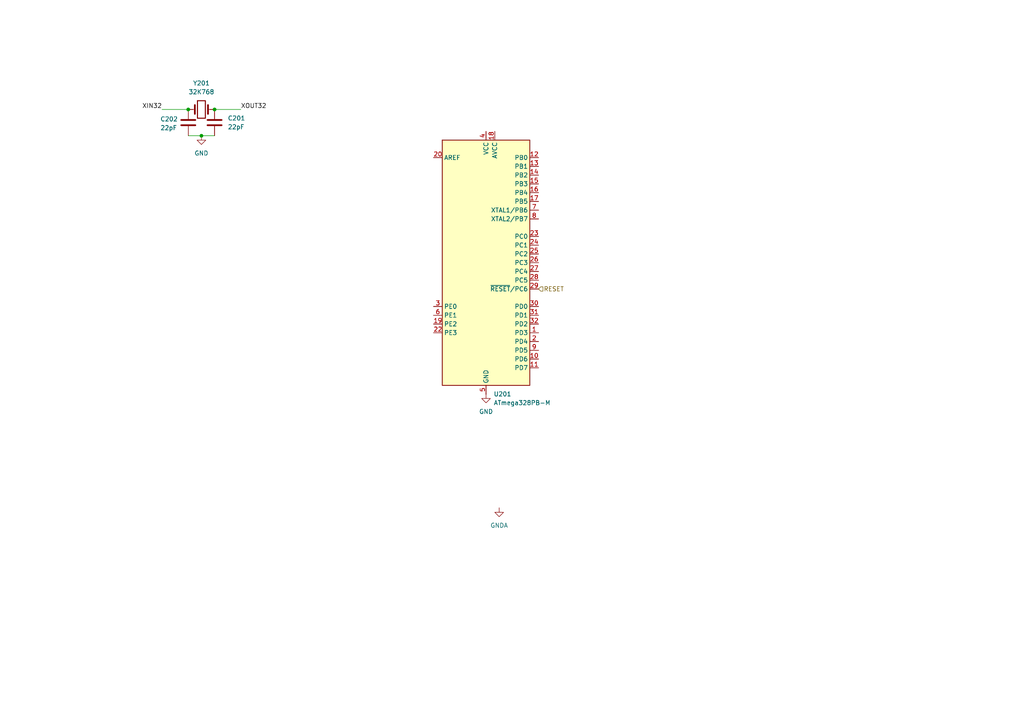
<source format=kicad_sch>
(kicad_sch (version 20231120) (generator "eeschema") (generator_version "8.0")
  (paper "A4")
  (title_block (title "MEP MAXI 85V-1 REV 2 Keypad") (date "2025-02-01") (rev "X1") (company "McMillan Enterprises") (comment 1 "Firmware: John Gilcreast (johngilcreast@gmail.com)") (comment 2 "Hardware: Connor McMillan (connor@mcmillan.website)"))
  (lib_symbols
    (symbol "74xGxx:74AHC1G32"
      (property "Reference" "U" (at -2.54 3.81 0))
      (property "Value" "74AHC1G32" (at 0 -3.81 0))
      (symbol "74AHC1G32_0_1"
        (arc (start -7.62 -5.08) (mid -5.838 0) (end -7.62 5.08) (stroke (width 0.254)))
        (arc (start 0 -5.08) (mid 3.1986 -3.2054) (end 5.08 0) (stroke (width 0.254)))
        (polyline (pts (xy -7.62 -2.54) (xy -6.35 -2.54)) (stroke (width 0.254)) (fill (type background)))
        (polyline (pts (xy -7.62 2.54) (xy -6.35 2.54)) (stroke (width 0.254)) (fill (type background)))
        (polyline (pts (xy 0 -5.08) (xy -7.62 -5.08)) (stroke (width 0.254)) (fill (type background)))
        (polyline (pts (xy 0 5.08) (xy -7.62 5.08)) (stroke (width 0.254)) (fill (type background)))
        (arc (start 5.08 0) (mid 3.2238 3.2304) (end 0 5.08) (stroke (width 0.254)))
      )
      (symbol "74AHC1G32_1_1"
        (pin input line (at -15.24 2.54 0) (length 7.62) (name "~") (number "1"))
        (pin input line (at -15.24 -2.54 0) (length 7.62) (name "~") (number "2"))
        (pin power_in line (at 0 -10.16 90) (length 5.08) (name "GND") (number "3"))
        (pin output line (at 12.7 0 180) (length 7.62) (name "~") (number "4"))
        (pin power_in line (at 0 10.16 270) (length 5.08) (name "VCC") (number "5"))
      )
    )
    (symbol "Device:C" (pin_numbers hide) (pin_names (offset 0.254))
      (property "Reference" "C" (at 0.635 2.54 0))
      (property "Value" "C" (at 0.635 -2.54 0))
      (symbol "C_0_1"
        (polyline (pts (xy -2.032 -0.762) (xy 2.032 -0.762)) (stroke (width 0.508)))
        (polyline (pts (xy -2.032 0.762) (xy 2.032 0.762)) (stroke (width 0.508)))
      )
      (symbol "C_1_1"
        (pin passive line (at 0 3.81 270) (length 2.794) (name "~") (number "1"))
        (pin passive line (at 0 -3.81 90) (length 2.794) (name "~") (number "2"))
      )
    )
    (symbol "Device:Crystal" (pin_numbers hide) (pin_names (offset 1.016) hide)
      (property "Reference" "Y" (at 0 3.81 0))
      (property "Value" "Crystal" (at 0 -3.81 0))
      (symbol "Crystal_0_1"
        (rectangle (start -1.143 2.54) (end 1.143 -2.54) (stroke (width 0.3048)))
        (polyline (pts (xy -2.54 0) (xy -1.905 0)))
        (polyline (pts (xy -1.905 -1.27) (xy -1.905 1.27)) (stroke (width 0.508)))
        (polyline (pts (xy 1.905 -1.27) (xy 1.905 1.27)) (stroke (width 0.508)))
        (polyline (pts (xy 2.54 0) (xy 1.905 0)))
      )
      (symbol "Crystal_1_1"
        (pin passive line (at -3.81 0 0) (length 1.27) (name "1") (number "1"))
        (pin passive line (at 3.81 0 180) (length 1.27) (name "2") (number "2"))
      )
    )
    (symbol "MCU_Microchip_ATmega:ATmega328PB-M"
      (property "Reference" "U" (at -12.7 36.83 0))
      (property "Value" "ATmega328PB-M" (at 2.54 -36.83 0))
      (symbol "ATmega328PB-M_0_1"
        (rectangle (start -12.7 -35.56) (end 12.7 35.56) (stroke (width 0.254)) (fill (type background)))
      )
      (symbol "ATmega328PB-M_1_1"
        (pin bidirectional line (at 15.24 -20.32 180) (length 2.54) (name "PD3") (number "1"))
        (pin bidirectional line (at 15.24 -27.94 180) (length 2.54) (name "PD6") (number "10"))
        (pin bidirectional line (at 15.24 -30.48 180) (length 2.54) (name "PD7") (number "11"))
        (pin bidirectional line (at 15.24 30.48 180) (length 2.54) (name "PB0") (number "12"))
        (pin bidirectional line (at 15.24 27.94 180) (length 2.54) (name "PB1") (number "13"))
        (pin bidirectional line (at 15.24 25.4 180) (length 2.54) (name "PB2") (number "14"))
        (pin bidirectional line (at 15.24 22.86 180) (length 2.54) (name "PB3") (number "15"))
        (pin bidirectional line (at 15.24 20.32 180) (length 2.54) (name "PB4") (number "16"))
        (pin bidirectional line (at 15.24 17.78 180) (length 2.54) (name "PB5") (number "17"))
        (pin power_in line (at 2.54 38.1 270) (length 2.54) (name "AVCC") (number "18"))
        (pin bidirectional line (at -15.24 -17.78 0) (length 2.54) (name "PE2") (number "19"))
        (pin bidirectional line (at 15.24 -22.86 180) (length 2.54) (name "PD4") (number "2"))
        (pin passive line (at -15.24 30.48 0) (length 2.54) (name "AREF") (number "20"))
        (pin passive line (at 0 -38.1 90) (length 2.54) hide (name "GND") (number "21"))
        (pin bidirectional line (at -15.24 -20.32 0) (length 2.54) (name "PE3") (number "22"))
        (pin bidirectional line (at 15.24 7.62 180) (length 2.54) (name "PC0") (number "23"))
        (pin bidirectional line (at 15.24 5.08 180) (length 2.54) (name "PC1") (number "24"))
        (pin bidirectional line (at 15.24 2.54 180) (length 2.54) (name "PC2") (number "25"))
        (pin bidirectional line (at 15.24 0 180) (length 2.54) (name "PC3") (number "26"))
        (pin bidirectional line (at 15.24 -2.54 180) (length 2.54) (name "PC4") (number "27"))
        (pin bidirectional line (at 15.24 -5.08 180) (length 2.54) (name "PC5") (number "28"))
        (pin bidirectional line (at 15.24 -7.62 180) (length 2.54) (name "~{RESET}/PC6") (number "29"))
        (pin bidirectional line (at -15.24 -12.7 0) (length 2.54) (name "PE0") (number "3"))
        (pin bidirectional line (at 15.24 -12.7 180) (length 2.54) (name "PD0") (number "30"))
        (pin bidirectional line (at 15.24 -15.24 180) (length 2.54) (name "PD1") (number "31"))
        (pin bidirectional line (at 15.24 -17.78 180) (length 2.54) (name "PD2") (number "32"))
        (pin passive line (at 0 -38.1 90) (length 2.54) hide (name "GND") (number "33"))
        (pin power_in line (at 0 38.1 270) (length 2.54) (name "VCC") (number "4"))
        (pin power_in line (at 0 -38.1 90) (length 2.54) (name "GND") (number "5"))
        (pin bidirectional line (at -15.24 -15.24 0) (length 2.54) (name "PE1") (number "6"))
        (pin bidirectional line (at 15.24 15.24 180) (length 2.54) (name "XTAL1/PB6") (number "7"))
        (pin bidirectional line (at 15.24 12.7 180) (length 2.54) (name "XTAL2/PB7") (number "8"))
        (pin bidirectional line (at 15.24 -25.4 180) (length 2.54) (name "PD5") (number "9"))
      )
    )
    (symbol "power:GND" (power) (pin_numbers hide) (pin_names (offset 0) hide)
      (property "Value" "GND" (at 0 -3.81 0))
      (symbol "GND_0_1"
        (polyline (pts (xy 0 0) (xy 0 -1.27) (xy 1.27 -1.27) (xy 0 -2.54) (xy -1.27 -1.27) (xy 0 -1.27)))
      )
      (symbol "GND_1_1"
        (pin power_in line (at 0 0 270) (length 0) (name "~") (number "1"))
      )
    )
    (symbol "power:GNDA" (power) (pin_numbers hide) (pin_names (offset 0) hide)
      (property "Value" "GNDA" (at 0 -3.81 0))
      (symbol "GNDA_0_1"
        (polyline (pts (xy 0 0) (xy 0 -1.27) (xy 1.27 -1.27) (xy 0 -2.54) (xy -1.27 -1.27) (xy 0 -1.27)))
      )
      (symbol "GNDA_1_1"
        (pin power_in line (at 0 0 270) (length 0) (name "~") (number "1"))
      )
    )
  )
  (junction (at 58.42 39.37))
  (junction (at 54.61 31.75))
  (junction (at 62.23 31.75))
  (wire (pts (xy 46.99 31.75) (xy 54.61 31.75)))
  (wire (pts (xy 54.61 39.37) (xy 58.42 39.37)))
  (wire (pts (xy 58.42 39.37) (xy 62.23 39.37)))
  (wire (pts (xy 62.23 31.75) (xy 69.85 31.75)))
  (polyline (pts (xy 261.3814 179.1824) (xy 261.4373 179.1876) (xy 261.4899 179.1961) (xy 261.539 179.208) (xy 261.5623 179.2152) (xy 261.5846 179.2232) (xy 261.6061 179.2319) (xy 261.6267 179.2415) (xy 261.6463 179.2519) (xy 261.665 179.263) (xy 261.6828 179.275) (xy 261.6997 179.2876) (xy 261.7156 179.3011) (xy 261.7305 179.3153) (xy 261.7445 179.3302) (xy 261.7575 179.3459) (xy 261.7695 179.3623) (xy 261.7805 179.3794) (xy 261.7905 179.3973) (xy 261.7995 179.4158) (xy 261.8075 179.4351) (xy 261.8144 179.455) (xy 261.8203 179.4756) (xy 261.8251 179.497) (xy 261.8289 179.5189) (xy 261.8316 179.5416) (xy 261.8333 179.5649) (xy 261.8338 179.5888) (xy 261.8331 179.6218) (xy 261.8309 179.6539) (xy 261.8273 179.6851) (xy 261.8223 179.7154) (xy 261.8158 179.7447) (xy 261.808 179.7732) (xy 261.7989 179.8007) (xy 261.7883 179.8272) (xy 261.7765 179.8528) (xy 261.7634 179.8774) (xy 261.7489 179.9011) (xy 261.7332 179.9237) (xy 261.7163 179.9454) (xy 261.6981 179.966) (xy 261.6787 179.9856) (xy 261.6581 180.0042) (xy 261.6364 180.0217) (xy 261.6134 180.0382) (xy 261.5893 180.0536) (xy 261.5642 180.068) (xy 261.5378 180.0812) (xy 261.5105 180.0934) (xy 261.482 180.1044) (xy 261.4525 180.1144) (xy 261.4219 180.1232) (xy 261.3904 180.1308) (xy 261.3578 180.1373) (xy 261.3243 180.1427) (xy 261.2898 180.1469) (xy 261.2544 180.1499) (xy 261.218 180.1517) (xy 261.1808 180.1523) (xy 260.8084 180.1523) (xy 260.7247 180.5744) (xy 260.5257 180.5744) (xy 260.6448 179.979) (xy 260.8443 179.979) (xy 261.1847 179.979) (xy 261.2367 179.9775) (xy 261.2858 179.9731) (xy 261.332 179.9657) (xy 261.3752 179.9553) (xy 261.3956 179.949) (xy 261.4153 179.942) (xy 261.4342 179.9343) (xy 261.4523 179.9258) (xy 261.4696 179.9166) (xy 261.486 179.9067) (xy 261.5017 179.8961) (xy 261.5165 179.8847) (xy 261.5305 179.8726) (xy 261.5437 179.8599) (xy 261.556 179.8464) (xy 261.5675 179.8321) (xy 261.578 179.8172) (xy 261.5877 179.8016) (xy 261.5966 179.7853) (xy 261.6045 179.7682) (xy 261.6115 179.7505) (xy 261.6176 179.732) (xy 261.6228 179.7129) (xy 261.6271 179.693) (xy 261.6304 179.6725) (xy 261.6328 179.6513) (xy 261.6343 179.6293) (xy 261.6348 179.6067) (xy 261.6344 179.5913) (xy 261.6334 179.5763) (xy 261.6316 179.5618) (xy 261.6292 179.5478) (xy 261.6261 179.5343) (xy 261.6223 179.5213) (xy 261.6179 179.5087) (xy 261.6128 179.4967) (xy 261.607 179.4851) (xy 261.6006 179.474) (xy 261.5935 179.4633) (xy 261.5858 179.4532) (xy 261.5775 179.4436) (xy 261.5685 179.4344) (xy 261.5589 179.4258) (xy 261.5486 179.4176) (xy 261.5378 179.4099) (xy 261.5263 179.4027) (xy 261.5142 179.396) (xy 261.5015 179.3898) (xy 261.4883 179.3841) (xy 261.4744 179.3788) (xy 261.4599 179.3741) (xy 261.4449 179.3699) (xy 261.4293 179.3661) (xy 261.4131 179.3629) (xy 261.3963 179.3601) (xy 261.379 179.3579) (xy 261.3611 179.3561) (xy 261.3427 179.3549) (xy 261.3238 179.3541) (xy 261.3042 179.3539) (xy 260.9697 179.3539) (xy 260.8443 179.979) (xy 260.6448 179.979) (xy 260.8044 179.1806) (xy 261.3221 179.1806) (xy 261.3814 179.1824)) (stroke (width -0.0001) (type solid)) (fill (type outline)))
  (polyline (pts (xy 246.38 176.53) (xy 248.9882 173.1824) (xy 248.9939 173.1824) (xy 246.38 176.53)) (stroke (width -0.0001) (type solid)) (fill (type outline)))
  (polyline (pts (xy 267.4169 173.7128) (xy 268.2509 173.7128) (xy 267.4939 177.498) (xy 269.842 177.498) (xy 269.7008 178.2036) (xy 266.5187 178.2036) (xy 267.4169 173.7128) (xy 267.4169 173.7128)) (stroke (width -0.0001) (type solid)) (fill (type outline)))
  (polyline (pts (xy 271.7628 179.1652) (xy 271.7946 179.1666) (xy 271.826 179.169) (xy 271.8571 179.1724) (xy 271.8877 179.1767) (xy 271.9179 179.1819) (xy 271.9475 179.188) (xy 271.9764 179.1951) (xy 272.0047 179.203) (xy 272.0323 179.2118) (xy 272.0591 179.2214) (xy 272.085 179.2319) (xy 272.11 179.2432) (xy 272.134 179.2554) (xy 272.1569 179.2684) (xy 272.1788 179.2822) (xy 272.0992 179.4454) (xy 272.0794 179.432) (xy 272.059 179.4195) (xy 272.0379 179.4078) (xy 272.0162 179.3969) (xy 271.994 179.3869) (xy 271.9712 179.3778) (xy 271.9479 179.3695) (xy 271.9242 179.3621) (xy 271.9 179.3555) (xy 271.8754 179.3498) (xy 271.8504 179.345) (xy 271.825 179.341) (xy 271.7994 179.3379) (xy 271.7734 179.3357) (xy 271.7472 179.3344) (xy 271.7208 179.334) (xy 271.6789 179.3351) (xy 271.639 179.3384) (xy 271.6012 179.3439) (xy 271.5657 179.3515) (xy 271.5325 179.3611) (xy 271.5018 179.3726) (xy 271.4735 179.386) (xy 271.4478 179.4011) (xy 271.4248 179.418) (xy 271.4143 179.4271) (xy 271.4046 179.4366) (xy 271.3955 179.4465) (xy 271.3872 179.4567) (xy 271.3796 179.4674) (xy 271.3728 179.4784) (xy 271.3667 179.4898) (xy 271.3614 179.5015) (xy 271.3569 179.5136) (xy 271.3532 179.526) (xy 271.3503 179.5387) (xy 271.3482 179.5518) (xy 271.3469 179.5652) (xy 271.3465 179.5788) (xy 271.3485 179.605) (xy 271.3545 179.6289) (xy 271.3642 179.6506) (xy 271.3772 179.6703) (xy 271.3934 179.6882) (xy 271.4125 179.7045) (xy 271.4341 179.7193) (xy 271.4582 179.7329) (xy 271.4843 179.7454) (xy 271.5123 179.757) (xy 271.5727 179.7783) (xy 271.7039 179.8183) (xy 271.7706 179.8398) (xy 271.8352 179.8644) (xy 271.866 179.8782) (xy 271.8955 179.8934) (xy 271.9235 179.91) (xy 271.9496 179.9283) (xy 271.9737 179.9484) (xy 271.9954 179.9706) (xy 272.0144 179.995) (xy 272.0306 180.0217) (xy 272.0437 180.0511) (xy 272.0533 180.0831) (xy 272.0593 180.1182) (xy 272.0613 180.1563) (xy 272.0606 180.1814) (xy 272.0585 180.2058) (xy 272.055 180.2296) (xy 272.0502 180.2527) (xy 272.0441 180.2751) (xy 272.0366 180.2969) (xy 272.0279 180.318) (xy 272.018 180.3384) (xy 272.0068 180.358) (xy 271.9944 180.377) (xy 271.9809 180.3952) (xy 271.9662 180.4126) (xy 271.9504 180.4294) (xy 271.9335 180.4453) (xy 271.9156 180.4605) (xy 271.8966 180.4749) (xy 271.8765 180.4885) (xy 271.8555 180.5013) (xy 271.8336 180.5133) (xy 271.8107 180.5244) (xy 271.7869 180.5348) (xy 271.7622 180.5443) (xy 271.7366 180.5529) (xy 271.7102 180.5606) (xy 271.683 180.5675) (xy 271.655 180.5735) (xy 271.6262 180.5786) (xy 271.5967 180.5828) (xy 271.5665 180.5861) (xy 271.5356 180.5885) (xy 271.5041 180.5899) (xy 271.4719 180.5904) (xy 271.4321 180.5895) (xy 271.3925 180.587) (xy 271.3534 180.583) (xy 271.3148 180.5774) (xy 271.277 180.5704) (xy 271.24 180.562) (xy 271.2041 180.5524) (xy 271.1693 180.5416) (xy 271.1358 180.5297) (xy 271.1038 180.5167) (xy 271.0733 180.5027) (xy 271.0446 180.4879) (xy 271.0178 180.4722) (xy 270.9931 180.4558) (xy 270.9705 180.4388) (xy 270.9502 180.4211) (xy 271.0378 180.2618) (xy 271.0584 180.2797) (xy 271.0805 180.2967) (xy 271.1039 180.3127) (xy 271.1286 180.3279) (xy 271.1546 180.342) (xy 271.1816 180.3551) (xy 271.2096 180.3671) (xy 271.2385 180.3781) (xy 271.2682 180.3878) (xy 271.2985 180.3964) (xy 271.3295 180.4038) (xy 271.361 180.4099) (xy 271.3929 180.4148) (xy 271.425 180.4183) (xy 271.4574 180.4204) (xy 271.4898 180.4211) (xy 271.5311 180.4201) (xy 271.5706 180.4171) (xy 271.6081 180.4122) (xy 271.6436 180.4054) (xy 271.6768 180.3966) (xy 271.7078 180.386) (xy 271.7363 180.3736) (xy 271.7624 180.3594) (xy 271.7858 180.3434) (xy 271.7964 180.3347) (xy 271.8064 180.3256) (xy 271.8157 180.3161) (xy 271.8242 180.3062) (xy 271.832 180.2958) (xy 271.839 180.285) (xy 271.8452 180.2738) (xy 271.8507 180.2622) (xy 271.8554 180.2502) (xy 271.8592 180.2378) (xy 271.8622 180.225) (xy 271.8644 180.2117) (xy 271.8657 180.1981) (xy 271.8662 180.1841) (xy 271.8641 180.1581) (xy 271.8581 180.1345) (xy 271.8485 180.1131) (xy 271.8354 180.0937) (xy 271.8193 180.0762) (xy 271.8002 180.0602) (xy 271.7785 180.0457) (xy 271.7545 180.0324) (xy 271.7283 180.0203) (xy 271.7004 180.0089) (xy 271.64 179.9881) (xy 271.5088 179.9487) (xy 271.4421 179.927) (xy 271.3775 179.902) (xy 271.3467 179.8877) (xy 271.3172 179.8721) (xy 271.2892 179.8548) (xy 271.2631 179.8358) (xy 271.239 179.8148) (xy 271.2174 179.7917) (xy 271.1983 179.7662) (xy 271.1821 179.7381) (xy 271.1691 179.7073) (xy 271.1594 179.6736) (xy 271.1534 179.6368) (xy 271.1514 179.5967) (xy 271.1521 179.572) (xy 271.1542 179.5479) (xy 271.1576 179.5244) (xy 271.1623 179.5016) (xy 271.1684 179.4793) (xy 271.1757 179.4578) (xy 271.1842 179.4369) (xy 271.194 179.4167) (xy 271.205 179.3971) (xy 271.2172 179.3783) (xy 271.2305 179.3602) (xy 271.2449 179.3428) (xy 271.2605 179.3261) (xy 271.2771 179.3102) (xy 271.2947 179.295) (xy 271.3134 179.2806) (xy 271.3331 179.267) (xy 271.3537 179.2542) (xy 271.3753 179.2422) (xy 271.3978 179.231) (xy 271.4212 179.2207) (xy 271.4455 179.2111) (xy 271.4707 179.2025) (xy 271.4966 179.1947) (xy 271.5234 179.1877) (xy 271.5509 179.1817) (xy 271.5792 179.1765) (xy 271.6081 179.1723) (xy 271.6378 179.169) (xy 271.6682 179.1666) (xy 271.6992 179.1651) (xy 271.7308 179.1647) (xy 271.7628 179.1652)) (stroke (width -0.0001) (type solid)) (fill (type outline)))
  (polyline (pts (xy 259.0434 179.1824) (xy 259.0997 179.1876) (xy 259.1525 179.1961) (xy 259.2019 179.208) (xy 259.2252 179.2152) (xy 259.2477 179.2232) (xy 259.2693 179.2319) (xy 259.2899 179.2415) (xy 259.3096 179.2519) (xy 259.3284 179.263) (xy 259.3463 179.275) (xy 259.3632 179.2876) (xy 259.3791 179.3011) (xy 259.3941 179.3153) (xy 259.4081 179.3302) (xy 259.4212 179.3459) (xy 259.4332 179.3623) (xy 259.4442 179.3794) (xy 259.4542 179.3973) (xy 259.4633 179.4158) (xy 259.4712 179.4351) (xy 259.4782 179.455) (xy 259.4841 179.4756) (xy 259.4889 179.497) (xy 259.4927 179.5189) (xy 259.4954 179.5416) (xy 259.4971 179.5649) (xy 259.4976 179.5888) (xy 259.4958 179.6397) (xy 259.4935 179.6643) (xy 259.4904 179.6883) (xy 259.4864 179.7119) (xy 259.4815 179.7348) (xy 259.4758 179.7573) (xy 259.4692 179.7791) (xy 259.4618 179.8004) (xy 259.4536 179.8211) (xy 259.4445 179.8412) (xy 259.4346 179.8608) (xy 259.4239 179.8798) (xy 259.4124 179.8981) (xy 259.4001 179.9159) (xy 259.3871 179.933) (xy 259.3733 179.9496) (xy 259.3587 179.9655) (xy 259.3433 179.9808) (xy 259.3272 179.9955) (xy 259.3104 180.0095) (xy 259.2929 180.0229) (xy 259.2746 180.0356) (xy 259.2556 180.0477) (xy 259.2156 180.07) (xy 259.1729 180.0895) (xy 259.1274 180.1063) (xy 259.0794 180.1204) (xy 259.3343 180.5744) (xy 259.1233 180.5744) (xy 258.8804 180.1483) (xy 258.4701 180.1483) (xy 258.3865 180.5744) (xy 258.1854 180.5744) (xy 258.3045 179.979) (xy 258.504 179.979) (xy 258.8485 179.979) (xy 258.9005 179.9775) (xy 258.9496 179.9731) (xy 258.9957 179.9657) (xy 259.0389 179.9553) (xy 259.0594 179.949) (xy 259.079 179.942) (xy 259.0979 179.9343) (xy 259.116 179.9258) (xy 259.1333 179.9166) (xy 259.1498 179.9067) (xy 259.1654 179.8961) (xy 259.1803 179.8847) (xy 259.1943 179.8726) (xy 259.2074 179.8599) (xy 259.2197 179.8464) (xy 259.2312 179.8321) (xy 259.2417 179.8172) (xy 259.2515 179.8016) (xy 259.2603 179.7853) (xy 259.2682 179.7682) (xy 259.2752 179.7505) (xy 259.2813 179.732) (xy 259.2865 179.7129) (xy 259.2908 179.693) (xy 259.2942 179.6725) (xy 259.2965 179.6513) (xy 259.298 179.6293) (xy 259.2985 179.6067) (xy 259.2981 179.5913) (xy 259.2971 179.5763) (xy 259.2953 179.5618) (xy 259.2929 179.5478) (xy 259.2898 179.5343) (xy 259.286 179.5213) (xy 259.2816 179.5087) (xy 259.2765 179.4967) (xy 259.2707 179.4851) (xy 259.2643 179.474) (xy 259.2572 179.4633) (xy 259.2494 179.4532) (xy 259.2411 179.4436) (xy 259.232 179.4344) (xy 259.2224 179.4258) (xy 259.2121 179.4176) (xy 259.2012 179.4099) (xy 259.1897 179.4027) (xy 259.1775 179.396) (xy 259.1648 179.3898) (xy 259.1514 179.3841) (xy 259.1375 179.3788) (xy 259.1229 179.3741) (xy 259.1078 179.3699) (xy 259.0921 179.3661) (xy 259.0757 179.3629) (xy 259.0589 179.3601) (xy 259.0414 179.3579) (xy 259.0234 179.3561) (xy 259.0048 179.3549) (xy 258.9856 179.3541) (xy 258.9659 179.3539) (xy 258.6294 179.3539) (xy 258.504 179.979) (xy 258.3045 179.979) (xy 258.4642 179.1806) (xy 258.9838 179.1806) (xy 259.0434 179.1824)) (stroke (width -0.0001) (type solid)) (fill (type outline)))
  (polyline (pts (xy 274.6214 178.2036) (xy 273.7938 178.2036) (xy 273.5564 177.1643) (xy 271.2981 177.1643) (xy 270.6502 178.2036) (xy 269.7584 178.2036) (xy 270.8593 176.5099) (xy 271.7087 176.5099) (xy 273.4024 176.5099) (xy 272.9469 174.5339) (xy 271.7087 176.5099) (xy 270.8593 176.5099) (xy 272.6775 173.7128) (xy 273.5051 173.7128) (xy 274.6214 178.2036)) (stroke (width -0.0001) (type solid)) (fill (type outline)))
  (polyline (pts (xy 246.38 176.53) (xy 248.9882 173.1824) (xy 248.9939 173.1824) (xy 246.38 176.53)) (stroke (width -0.0001) (type solid)) (fill (type outline)))
  (polyline (pts (xy 252.201 168.6966) (xy 254.0537 167.3518) (xy 252.7088 169.2045) (xy 254.9699 169.5636) (xy 252.7088 169.9227) (xy 254.0537 171.7755) (xy 252.201 170.4306) (xy 251.8419 172.6916) (xy 251.4828 170.4306) (xy 249.63 171.7755) (xy 250.9749 169.9227) (xy 248.7139 169.5636) (xy 250.9749 169.2045) (xy 249.63 167.3518) (xy 251.4828 168.6966) (xy 251.8419 166.4356) (xy 252.201 168.6966)) (stroke (width -0.0001) (type solid)) (fill (type outline)))
  (polyline (pts (xy 261.5278 173.7128) (xy 262.3618 173.7128) (xy 261.4636 178.2036) (xy 260.6295 178.2036) (xy 261.5278 173.7128) (xy 261.5278 173.7128)) (stroke (width -0.0001) (type solid)) (fill (type outline)))
  (polyline (pts (xy 257.2681 176.7024) (xy 259.597 173.7128) (xy 260.3155 173.7128) (xy 259.4174 178.2036) (xy 258.6283 178.2036) (xy 259.212 175.2589) (xy 257.2938 177.6904) (xy 256.9217 177.6904) (xy 255.8952 175.2012) (xy 255.2985 178.2036) (xy 254.503 178.2036) (xy 255.4012 173.7128) (xy 256.0813 173.7128) (xy 257.2681 176.7024)) (stroke (width -0.0001) (type solid)) (fill (type outline)))
  (polyline (pts (xy 257.1872 179.3539) (xy 256.4007 179.3539) (xy 256.3151 179.7819) (xy 257.016 179.7819) (xy 256.9821 179.9512) (xy 256.2812 179.9512) (xy 256.1916 180.4012) (xy 257.006 180.4012) (xy 256.9722 180.5744) (xy 255.9587 180.5744) (xy 256.2374 179.1806) (xy 257.2211 179.1806) (xy 257.1872 179.3539)) (stroke (width -0.0001) (type solid)) (fill (type outline)))
  (polyline (pts (xy 270.0436 179.3539) (xy 269.2571 179.3539) (xy 269.1715 179.7819) (xy 269.8724 179.7819) (xy 269.8385 179.9512) (xy 269.1376 179.9512) (xy 269.048 180.4012) (xy 269.8624 180.4012) (xy 269.8286 180.5744) (xy 268.8151 180.5744) (xy 269.0938 179.1806) (xy 270.0775 179.1806) (xy 270.0436 179.3539)) (stroke (width -0.0001) (type solid)) (fill (type outline)))
  (polyline (pts (xy 252.8431 173.6517) (xy 252.982 173.6609) (xy 253.117 173.6761) (xy 253.2478 173.6973) (xy 253.3742 173.7245) (xy 253.496 173.7576) (xy 253.6129 173.7964) (xy 253.7246 173.8411) (xy 253.8311 173.8914) (xy 253.932 173.9475) (xy 254.0271 174.0091) (xy 254.1161 174.0762) (xy 254.1989 174.1489) (xy 254.2751 174.227) (xy 254.3446 174.3104) (xy 254.4071 174.3992) (xy 253.8041 174.9061) (xy 253.7567 174.8441) (xy 253.706 174.7858) (xy 253.652 174.7312) (xy 253.6237 174.7054) (xy 253.5946 174.6804) (xy 253.5647 174.6564) (xy 253.5339 174.6334) (xy 253.5023 174.6113) (xy 253.4699 174.5902) (xy 253.4366 174.57) (xy 253.4025 174.5509) (xy 253.3675 174.5327) (xy 253.3317 174.5155) (xy 253.2575 174.4841) (xy 253.18 174.4568) (xy 253.099 174.4335) (xy 253.0146 174.4143) (xy 252.9268 174.3994) (xy 252.8356 174.3886) (xy 252.7409 174.3821) (xy 252.6428 174.38) (xy 252.5364 174.3825) (xy 252.4326 174.3899) (xy 252.3314 174.4022) (xy 252.2329 174.4192) (xy 252.1371 174.4408) (xy 252.0441 174.4668) (xy 251.9539 174.4972) (xy 251.8666 174.5317) (xy 251.7823 174.5704) (xy 251.7009 174.613) (xy 251.6226 174.6594) (xy 251.5474 174.7095) (xy 251.4754 174.7632) (xy 251.4066 174.8203) (xy 251.341 174.8808) (xy 251.2787 174.9445) (xy 251.2198 175.0113) (xy 251.1643 175.0811) (xy 251.1123 175.1536) (xy 251.0638 175.2289) (xy 251.0189 175.3068) (xy 250.9776 175.3871) (xy 250.94 175.4697) (xy 250.9061 175.5546) (xy 250.876 175.6416) (xy 250.8498 175.7305) (xy 250.8274 175.8212) (xy 250.809 175.9137) (xy 250.7946 176.0078) (xy 250.7842 176.1033) (xy 250.778 176.2001) (xy 250.7759 176.2982) (xy 250.7773 176.3672) (xy 250.7816 176.4348) (xy 250.7887 176.5007) (xy 250.7986 176.5651) (xy 250.8114 176.6278) (xy 250.8269 176.6888) (xy 250.8453 176.7481) (xy 250.8664 176.8057) (xy 250.8903 176.8614) (xy 250.917 176.9152) (xy 250.9464 176.9671) (xy 250.9785 177.0171) (xy 251.0134 177.065) (xy 251.051 177.1109) (xy 251.0913 177.1547) (xy 251.1343 177.1964) (xy 251.18 177.2359) (xy 251.2284 177.2732) (xy 251.2795 177.3082) (xy 251.3332 177.3409) (xy 251.3895 177.3712) (xy 251.4485 177.3992) (xy 251.5101 177.4247) (xy 251.5743 177.4477) (xy 251.6411 177.4681) (xy 251.7105 177.486) (xy 251.7825 177.5012) (xy 251.8571 177.5138) (xy 251.9342 177.5236) (xy 252.0139 177.5307) (xy 252.0962 177.535) (xy 252.1809 177.5365) (xy 252.274 177.5345) (xy 252.3655 177.5286) (xy 252.4554 177.5188) (xy 252.5437 177.5049) (xy 252.6303 177.487) (xy 252.7151 177.4651) (xy 252.7982 177.4391) (xy 252.8794 177.4089) (xy 252.9588 177.3747) (xy 253.0362 177.3363) (xy 253.1116 177.2937) (xy 253.185 177.2468) (xy 253.2564 177.1958) (xy 253.3256 177.1404) (xy 253.3927 177.0808) (xy 253.4576 177.0168) (xy 253.9451 177.5428) (xy 253.8609 177.6334) (xy 253.7718 177.7177) (xy 253.6782 177.7956) (xy 253.5801 177.8672) (xy 253.4777 177.9327) (xy 253.3711 177.9921) (xy 253.2607 178.0455) (xy 253.1464 178.093) (xy 253.0286 178.1346) (xy 252.9073 178.1704) (xy 252.7827 178.2005) (xy 252.655 178.2249) (xy 252.5244 178.2438) (xy 252.3911 178.2572) (xy 252.2551 178.2652) (xy 252.1167 178.2678) (xy 251.9902 178.2655) (xy 251.867 178.2588) (xy 251.7472 178.2475) (xy 251.6307 178.232) (xy 251.5176 178.2121) (xy 251.408 178.1881) (xy 251.3019 178.16) (xy 251.1994 178.1278) (xy 251.1005 178.0916) (xy 251.0053 178.0516) (xy 250.9138 178.0078) (xy 250.826 177.9603) (xy 250.7421 177.9091) (xy 250.662 177.8544) (xy 250.5859 177.7961) (xy 250.5136 177.7345) (xy 250.4454 177.6696) (xy 250.3813 177.6014) (xy 250.3212 177.53) (xy 250.2653 177.4555) (xy 250.2136 177.378) (xy 250.1661 177.2976) (xy 250.123 177.2144) (xy 250.0841 177.1283) (xy 250.0497 177.0396) (xy 250.0197 176.9482) (xy 249.9941 176.8543) (xy 249.9731 176.758) (xy 249.9567 176.6592) (xy 249.9449 176.5582) (xy 249.9378 176.4549) (xy 249.9355 176.3495) (xy 249.9387 176.208) (xy 249.9482 176.0686) (xy 249.964 175.9316) (xy 249.9859 175.7969) (xy 250.0138 175.6649) (xy 250.0477 175.5357) (xy 250.0874 175.4093) (xy 250.1329 175.2861) (xy 250.1841 175.166) (xy 250.2408 175.0494) (xy 250.303 174.9362) (xy 250.3705 174.8268) (xy 250.4434 174.7212) (xy 250.5214 174.6195) (xy 250.6044 174.5221) (xy 250.6925 174.4289) (xy 250.7854 174.3402) (xy 250.8832 174.2561) (xy 250.9856 174.1767) (xy 251.0926 174.1023) (xy 251.2042 174.0329) (xy 251.3201 173.9688) (xy 251.4404 173.91) (xy 251.5648 173.8568) (xy 251.6934 173.8093) (xy 251.826 173.7676) (xy 251.9625 173.7319) (xy 252.1028 173.7023) (xy 252.2469 173.679) (xy 252.3946 173.6622) (xy 252.5459 173.652) (xy 252.7006 173.6486) (xy 252.8431 173.6517)) (stroke (width -0.0001) (type solid)) (fill (type outline)))
  (polyline (pts (xy 278.6308 176.8564) (xy 279.2531 173.7128) (xy 280.0807 173.7128) (xy 279.1826 178.2036) (xy 278.4961 178.2036) (xy 276.6548 175.06) (xy 276.0261 178.2036) (xy 275.1985 178.2036) (xy 276.0967 173.7128) (xy 276.7831 173.7128) (xy 278.6308 176.8564)) (stroke (width -0.0001) (type solid)) (fill (type outline)))
  (polyline (pts (xy 255.092 179.3539) (xy 254.6161 179.3539) (xy 254.3712 180.5744) (xy 254.1741 180.5744) (xy 254.417 179.3539) (xy 253.9411 179.3539) (xy 253.975 179.1806) (xy 255.1279 179.1806) (xy 255.092 179.3539)) (stroke (width -0.0001) (type solid)) (fill (type outline)))
  (polyline (pts (xy 250.3896 179.3539) (xy 249.603 179.3539) (xy 249.5174 179.7819) (xy 250.2183 179.7819) (xy 250.1845 179.9512) (xy 249.4836 179.9512) (xy 249.394 180.4012) (xy 250.2083 180.4012) (xy 250.1745 180.5744) (xy 249.161 180.5744) (xy 249.4398 179.1806) (xy 250.4234 179.1806) (xy 250.3896 179.3539)) (stroke (width -0.0001) (type solid)) (fill (type outline)))
  (polyline (pts (xy 265.3755 180.5744) (xy 265.1763 180.5744) (xy 265.4551 179.1806) (xy 265.6542 179.1806) (xy 265.3755 180.5744)) (stroke (width -0.0001) (type solid)) (fill (type outline)))
  (polyline (pts (xy 248.787 178.2114) (xy 247.9034 178.2114) (xy 248.3899 175.7566) (xy 249.5817 174.238) (xy 248.787 178.2114)) (stroke (width -0.0001) (type solid)) (fill (type outline)))
  (polyline (pts (xy 263.6941 179.1824) (xy 263.7503 179.1876) (xy 263.8032 179.1961) (xy 263.8525 179.208) (xy 263.8759 179.2152) (xy 263.8984 179.2232) (xy 263.9199 179.2319) (xy 263.9406 179.2415) (xy 263.9603 179.2519) (xy 263.9791 179.263) (xy 263.9969 179.275) (xy 264.0138 179.2876) (xy 264.0298 179.3011) (xy 264.0448 179.3153) (xy 264.0588 179.3302) (xy 264.0718 179.3459) (xy 264.0838 179.3623) (xy 264.0949 179.3794) (xy 264.1049 179.3973) (xy 264.1139 179.4158) (xy 264.1219 179.4351) (xy 264.1288 179.455) (xy 264.1347 179.4756) (xy 264.1396 179.497) (xy 264.1434 179.5189) (xy 264.1461 179.5416) (xy 264.1477 179.5649) (xy 264.1483 179.5888) (xy 264.1464 179.6397) (xy 264.1442 179.6643) (xy 264.1411 179.6883) (xy 264.1371 179.7119) (xy 264.1322 179.7348) (xy 264.1265 179.7573) (xy 264.1199 179.7791) (xy 264.1125 179.8004) (xy 264.1042 179.8211) (xy 264.0951 179.8412) (xy 264.0852 179.8608) (xy 264.0745 179.8798) (xy 264.0631 179.8981) (xy 264.0508 179.9159) (xy 264.0377 179.933) (xy 264.0239 179.9496) (xy 264.0093 179.9655) (xy 263.994 179.9808) (xy 263.9779 179.9955) (xy 263.9611 180.0095) (xy 263.9435 180.0229) (xy 263.9253 180.0356) (xy 263.9063 180.0477) (xy 263.8663 180.07) (xy 263.8235 180.0895) (xy 263.7781 180.1063) (xy 263.7301 180.1204) (xy 263.9849 180.5744) (xy 263.7739 180.5744) (xy 263.531 180.1483) (xy 263.1208 180.1483) (xy 263.0372 180.5744) (xy 262.8361 180.5744) (xy 262.9552 179.979) (xy 263.1547 179.979) (xy 263.4991 179.979) (xy 263.5511 179.9775) (xy 263.6002 179.9731) (xy 263.6464 179.9657) (xy 263.6896 179.9553) (xy 263.71 179.949) (xy 263.7297 179.942) (xy 263.7485 179.9343) (xy 263.7666 179.9258) (xy 263.7839 179.9166) (xy 263.8004 179.9067) (xy 263.8161 179.8961) (xy 263.8309 179.8847) (xy 263.8449 179.8726) (xy 263.8581 179.8599) (xy 263.8704 179.8464) (xy 263.8818 179.8321) (xy 263.8924 179.8172) (xy 263.9021 179.8016) (xy 263.9109 179.7853) (xy 263.9188 179.7682) (xy 263.9259 179.7505) (xy 263.932 179.732) (xy 263.9372 179.7129) (xy 263.9415 179.693) (xy 263.9448 179.6725) (xy 263.9472 179.6513) (xy 263.9486 179.6293) (xy 263.9491 179.6067) (xy 263.9488 179.5913) (xy 263.9477 179.5763) (xy 263.946 179.5618) (xy 263.9436 179.5478) (xy 263.9405 179.5343) (xy 263.9367 179.5213) (xy 263.9322 179.5087) (xy 263.9271 179.4967) (xy 263.9213 179.4851) (xy 263.9149 179.474) (xy 263.9078 179.4633) (xy 263.9001 179.4532) (xy 263.8917 179.4436) (xy 263.8827 179.4344) (xy 263.873 179.4258) (xy 263.8628 179.4176) (xy 263.8519 179.4099) (xy 263.8403 179.4027) (xy 263.8282 179.396) (xy 263.8154 179.3898) (xy 263.8021 179.3841) (xy 263.7881 179.3788) (xy 263.7736 179.3741) (xy 263.7584 179.3699) (xy 263.7427 179.3661) (xy 263.7264 179.3629) (xy 263.7095 179.3601) (xy 263.692 179.3579) (xy 263.674 179.3561) (xy 263.6554 179.3549) (xy 263.6363 179.3541) (xy 263.6166 179.3539) (xy 263.2801 179.3539) (xy 263.1547 179.979) (xy 262.9552 179.979) (xy 263.1148 179.1806) (xy 263.6345 179.1806) (xy 263.6941 179.1824)) (stroke (width -0.0001) (type solid)) (fill (type outline)))
  (polyline (pts (xy 263.5742 173.7128) (xy 264.4081 173.7128) (xy 263.6511 177.498) (xy 265.9992 177.498) (xy 265.8581 178.2036) (xy 262.6759 178.2036) (xy 263.5742 173.7128) (xy 263.5742 173.7128)) (stroke (width -0.0001) (type solid)) (fill (type outline)))
  (polyline (pts (xy 252.4531 180.2538) (xy 252.6661 179.1806) (xy 252.8652 179.1806) (xy 252.5865 180.5744) (xy 252.4232 180.5744) (xy 251.7999 179.5012) (xy 251.5868 180.5744) (xy 251.3878 180.5744) (xy 251.6665 179.1806) (xy 251.8298 179.1806) (xy 252.4531 180.2538)) (stroke (width -0.0001) (type solid)) (fill (type outline)))
  (polyline (pts (xy 251.2644 171.4491) (xy 246.4087 177.6365) (xy 245.9921 177.6365) (xy 244.8428 174.8492) (xy 244.1746 178.2114) (xy 243.2835 178.2114) (xy 244.2896 173.1824) (xy 245.0511 173.1824) (xy 246.2097 176.1015) (xy 246.38 176.53) (xy 248.9939 173.1824) (xy 249.8614 172.0713) (xy 251.208 171.0938) (xy 251.2644 171.4491)) (stroke (width -0.0001) (type solid)) (fill (type outline)))
  (polyline (pts (xy 267.407 179.1652) (xy 267.4387 179.1666) (xy 267.4702 179.169) (xy 267.5012 179.1724) (xy 267.5319 179.1767) (xy 267.562 179.1819) (xy 267.5916 179.188) (xy 267.6206 179.1951) (xy 267.6489 179.203) (xy 267.6765 179.2118) (xy 267.7032 179.2214) (xy 267.7291 179.2319) (xy 267.7541 179.2432) (xy 267.7781 179.2554) (xy 267.8011 179.2684) (xy 267.8229 179.2822) (xy 267.7433 179.4454) (xy 267.7235 179.432) (xy 267.7031 179.4195) (xy 267.682 179.4078) (xy 267.6604 179.3969) (xy 267.6381 179.3869) (xy 267.6154 179.3778) (xy 267.5921 179.3695) (xy 267.5683 179.3621) (xy 267.5441 179.3555) (xy 267.5195 179.3498) (xy 267.4945 179.345) (xy 267.4692 179.341) (xy 267.4435 179.3379) (xy 267.4176 179.3357) (xy 267.3914 179.3344) (xy 267.365 179.334) (xy 267.323 179.3351) (xy 267.2831 179.3384) (xy 267.2454 179.3439) (xy 267.2099 179.3515) (xy 267.1767 179.3611) (xy 267.1459 179.3726) (xy 267.1176 179.386) (xy 267.0919 179.4011) (xy 267.0689 179.418) (xy 267.0585 179.4271) (xy 267.0487 179.4366) (xy 267.0397 179.4465) (xy 267.0313 179.4567) (xy 267.0238 179.4674) (xy 267.0169 179.4784) (xy 267.0109 179.4898) (xy 267.0056 179.5015) (xy 267.001 179.5136) (xy 266.9973 179.526) (xy 266.9944 179.5387) (xy 266.9923 179.5518) (xy 266.9911 179.5652) (xy 266.9906 179.5788) (xy 266.9927 179.605) (xy 266.9987 179.6289) (xy 267.0083 179.6506) (xy 267.0214 179.6703) (xy 267.0375 179.6882) (xy 267.0566 179.7045) (xy 267.0783 179.7193) (xy 267.1023 179.7329) (xy 267.1285 179.7454) (xy 267.1564 179.757) (xy 267.2168 179.7783) (xy 267.3481 179.8183) (xy 267.4147 179.8398) (xy 267.4793 179.8644) (xy 267.5101 179.8782) (xy 267.5397 179.8934) (xy 267.5676 179.91) (xy 267.5938 179.9283) (xy 267.6178 179.9484) (xy 267.6395 179.9706) (xy 267.6586 179.995) (xy 267.6748 180.0217) (xy 267.6878 180.0511) (xy 267.6974 180.0831) (xy 267.7034 180.1182) (xy 267.7055 180.1563) (xy 267.7048 180.1814) (xy 267.7027 180.2058) (xy 267.6992 180.2296) (xy 267.6944 180.2527) (xy 267.6882 180.2751) (xy 267.6808 180.2969) (xy 267.6721 180.318) (xy 267.6621 180.3384) (xy 267.6509 180.358) (xy 267.6386 180.377) (xy 267.625 180.3952) (xy 267.6103 180.4126) (xy 267.5945 180.4294) (xy 267.5777 180.4453) (xy 267.5597 180.4605) (xy 267.5407 180.4749) (xy 267.5207 180.4885) (xy 267.4997 180.5013) (xy 267.4777 180.5133) (xy 267.4548 180.5244) (xy 267.431 180.5348) (xy 267.4063 180.5443) (xy 267.3807 180.5529) (xy 267.3543 180.5606) (xy 267.3271 180.5675) (xy 267.2991 180.5735) (xy 267.2704 180.5786) (xy 267.2409 180.5828) (xy 267.2107 180.5861) (xy 267.1798 180.5885) (xy 267.1482 180.5899) (xy 267.1161 180.5904) (xy 267.0762 180.5895) (xy 267.0366 180.587) (xy 266.9975 180.583) (xy 266.959 180.5774) (xy 266.9211 180.5704) (xy 266.8842 180.562) (xy 266.8482 180.5524) (xy 266.8134 180.5416) (xy 266.7799 180.5297) (xy 266.7479 180.5167) (xy 266.7175 180.5027) (xy 266.6888 180.4879) (xy 266.662 180.4722) (xy 266.6372 180.4558) (xy 266.6146 180.4388) (xy 266.5944 180.4211) (xy 266.682 180.2618) (xy 266.7025 180.2797) (xy 266.7246 180.2967) (xy 266.7481 180.3127) (xy 266.7728 180.3279) (xy 266.7987 180.342) (xy 266.8257 180.3551) (xy 266.8537 180.3671) (xy 266.8826 180.3781) (xy 266.9123 180.3878) (xy 266.9427 180.3964) (xy 266.9737 180.4038) (xy 267.0051 180.4099) (xy 267.037 180.4148) (xy 267.0692 180.4183) (xy 267.1015 180.4204) (xy 267.134 180.4211) (xy 267.1753 180.4201) (xy 267.2147 180.4171) (xy 267.2523 180.4122) (xy 267.2877 180.4054) (xy 267.321 180.3966) (xy 267.3519 180.386) (xy 267.3805 180.3736) (xy 267.4065 180.3594) (xy 267.4299 180.3434) (xy 267.4406 180.3347) (xy 267.4506 180.3256) (xy 267.4598 180.3161) (xy 267.4683 180.3062) (xy 267.4761 180.2958) (xy 267.4831 180.285) (xy 267.4894 180.2738) (xy 267.4948 180.2622) (xy 267.4995 180.2502) (xy 267.5034 180.2378) (xy 267.5064 180.225) (xy 267.5085 180.2117) (xy 267.5099 180.1981) (xy 267.5103 180.1841) (xy 267.5082 180.1581) (xy 267.5023 180.1345) (xy 267.4926 180.1131) (xy 267.4796 180.0937) (xy 267.4634 180.0762) (xy 267.4443 180.0602) (xy 267.4227 180.0457) (xy 267.3986 180.0324) (xy 267.3725 180.0203) (xy 267.3445 180.0089) (xy 267.2841 179.9881) (xy 267.1529 179.9487) (xy 267.0863 179.927) (xy 267.0217 179.902) (xy 266.9908 179.8877) (xy 266.9613 179.8721) (xy 266.9333 179.8548) (xy 266.9072 179.8358) (xy 266.8832 179.8148) (xy 266.8615 179.7917) (xy 266.8424 179.7662) (xy 266.8262 179.7381) (xy 266.8132 179.7073) (xy 266.8036 179.6736) (xy 266.7976 179.6368) (xy 266.7955 179.5967) (xy 266.7962 179.572) (xy 266.7983 179.5479) (xy 266.8017 179.5244) (xy 266.8065 179.5016) (xy 266.8125 179.4793) (xy 266.8198 179.4578) (xy 266.8284 179.4369) (xy 266.8382 179.4167) (xy 266.8492 179.3971) (xy 266.8613 179.3783) (xy 266.8746 179.3602) (xy 266.8891 179.3428) (xy 266.9046 179.3261) (xy 266.9212 179.3102) (xy 266.9389 179.295) (xy 266.9575 179.2806) (xy 266.9772 179.267) (xy 266.9979 179.2542) (xy 267.0195 179.2422) (xy 267.042 179.231) (xy 267.0654 179.2207) (xy 267.0897 179.2111) (xy 267.1148 179.2025) (xy 267.1408 179.1947) (xy 267.1675 179.1877) (xy 267.195 179.1817) (xy 267.2233 179.1765) (xy 267.2523 179.1723) (xy 267.282 179.169) (xy 267.3123 179.1666) (xy 267.3433 179.1651) (xy 267.375 179.1647) (xy 267.407 179.1652)) (stroke (width -0.0001) (type solid)) (fill (type outline)))
  (label "XIN32" (at 46.99 31.75 180))
  (label "XOUT32" (at 69.85 31.75 0))
  (hierarchical_label "RESET" (shape input) (at 156.21 83.82 0))
  (symbol (lib_id "power:GNDA") (at 144.78 147.32 0) (unit 1)
    (property "Reference" "#PWR0203" (effects (hide yes)))
    (property "Value" "GNDA" (at 144.78 152.4 0))
    (property "Description" "Power symbol creates a global label with name \"GNDA\" , analog ground" (effects (hide yes)))
  )
  (symbol (lib_id "74xGxx:74AHC1G32") (at 656.59 83.82 0) (unit 1)
    (property "Reference" "U230" (at 669.29 77.5014 0))
    (property "Value" "74AHC1G32" (at 669.29 80.0414 0))
    (property "Footprint" "Package_TO_SOT_SMD:SOT-23-5" (effects (hide yes)))
    (property "Datasheet" "http://www.ti.com/lit/sg/scyt129e/scyt129e.pdf" (effects (hide yes)))
    (property "Description" "Single OR Gate, Low-Voltage CMOS" (effects (hide yes)))
  )
  (symbol (lib_id "74xGxx:74AHC1G32") (at 330.2 119.38 0) (unit 1)
    (property "Reference" "U206" (at 342.9 113.0614 0))
    (property "Value" "74AHC1G32" (at 342.9 115.6014 0))
    (property "Footprint" "Package_TO_SOT_SMD:SOT-23-5" (effects (hide yes)))
    (property "Datasheet" "http://www.ti.com/lit/sg/scyt129e/scyt129e.pdf" (effects (hide yes)))
    (property "Description" "Single OR Gate, Low-Voltage CMOS" (effects (hide yes)))
  )
  (symbol (lib_id "74xGxx:74AHC1G32") (at 427.99 39.37 0) (unit 1)
    (property "Reference" "U213" (at 440.69 33.0514 0))
    (property "Value" "74AHC1G32" (at 440.69 35.5914 0))
    (property "Footprint" "Package_TO_SOT_SMD:SOT-23-5" (effects (hide yes)))
    (property "Datasheet" "http://www.ti.com/lit/sg/scyt129e/scyt129e.pdf" (effects (hide yes)))
    (property "Description" "Single OR Gate, Low-Voltage CMOS" (effects (hide yes)))
  )
  (symbol (lib_id "74xGxx:74AHC1G32") (at 330.2 67.31 0) (unit 1)
    (property "Reference" "U204" (at 342.9 60.9914 0))
    (property "Value" "74AHC1G32" (at 342.9 63.5314 0))
    (property "Footprint" "Package_TO_SOT_SMD:SOT-23-5" (effects (hide yes)))
    (property "Datasheet" "http://www.ti.com/lit/sg/scyt129e/scyt129e.pdf" (effects (hide yes)))
    (property "Description" "Single OR Gate, Low-Voltage CMOS" (effects (hide yes)))
  )
  (symbol (lib_id "74xGxx:74AHC1G32") (at 601.98 104.14 0) (unit 1)
    (property "Reference" "U228" (at 614.68 97.8214 0))
    (property "Value" "74AHC1G32" (at 614.68 100.3614 0))
    (property "Footprint" "Package_TO_SOT_SMD:SOT-23-5" (effects (hide yes)))
    (property "Datasheet" "http://www.ti.com/lit/sg/scyt129e/scyt129e.pdf" (effects (hide yes)))
    (property "Description" "Single OR Gate, Low-Voltage CMOS" (effects (hide yes)))
  )
  (symbol (lib_id "74xGxx:74AHC1G32") (at 495.3 118.11 0) (unit 1)
    (property "Reference" "U220" (at 508 111.7914 0))
    (property "Value" "74AHC1G32" (at 508 114.3314 0))
    (property "Footprint" "Package_TO_SOT_SMD:SOT-23-5" (effects (hide yes)))
    (property "Datasheet" "http://www.ti.com/lit/sg/scyt129e/scyt129e.pdf" (effects (hide yes)))
    (property "Description" "Single OR Gate, Low-Voltage CMOS" (effects (hide yes)))
  )
  (symbol (lib_id "74xGxx:74AHC1G32") (at 377.19 96.52 0) (unit 1)
    (property "Reference" "U210" (at 389.89 90.2014 0))
    (property "Value" "74AHC1G32" (at 389.89 92.7414 0))
    (property "Footprint" "Package_TO_SOT_SMD:SOT-23-5" (effects (hide yes)))
    (property "Datasheet" "http://www.ti.com/lit/sg/scyt129e/scyt129e.pdf" (effects (hide yes)))
    (property "Description" "Single OR Gate, Low-Voltage CMOS" (effects (hide yes)))
  )
  (symbol (lib_id "74xGxx:74AHC1G32") (at 330.2 11.43 0) (unit 1)
    (property "Reference" "U202" (at 342.9 5.1114 0))
    (property "Value" "74AHC1G32" (at 342.9 7.6514 0))
    (property "Footprint" "Package_TO_SOT_SMD:SOT-23-5" (effects (hide yes)))
    (property "Datasheet" "http://www.ti.com/lit/sg/scyt129e/scyt129e.pdf" (effects (hide yes)))
    (property "Description" "Single OR Gate, Low-Voltage CMOS" (effects (hide yes)))
  )
  (symbol (lib_id "power:GND") (at 58.42 39.37 0) (unit 1)
    (property "Reference" "#PWR0202" (effects (hide yes)))
    (property "Value" "GND" (at 58.42 44.45 0))
    (property "Description" "Power symbol creates a global label with name \"GND\" , ground" (effects (hide yes)))
  )
  (symbol (lib_id "Device:C") (at 54.61 35.56 0) (unit 1)
    (property "Reference" "C202" (at 46.482 34.544 0) (effects (justify left)))
    (property "Value" "22pF" (at 46.482 37.084 0) (effects (justify left)))
    (property "Footprint" "Capacitor_SMD:C_1206_3216Metric" (effects (hide yes)))
    (property "Description" "Unpolarized capacitor" (effects (hide yes)))
  )
  (symbol (lib_id "74xGxx:74AHC1G32") (at 715.01 53.34 0) (unit 1)
    (property "Reference" "U231" (at 727.71 47.0214 0))
    (property "Value" "74AHC1G32" (at 727.71 49.5614 0))
    (property "Footprint" "Package_TO_SOT_SMD:SOT-23-5" (effects (hide yes)))
    (property "Datasheet" "http://www.ti.com/lit/sg/scyt129e/scyt129e.pdf" (effects (hide yes)))
    (property "Description" "Single OR Gate, Low-Voltage CMOS" (effects (hide yes)))
  )
  (symbol (lib_id "74xGxx:74AHC1G32") (at 427.99 10.16 0) (unit 1)
    (property "Reference" "U212" (at 440.69 3.8414 0))
    (property "Value" "74AHC1G32" (at 440.69 6.3814 0))
    (property "Footprint" "Package_TO_SOT_SMD:SOT-23-5" (effects (hide yes)))
    (property "Datasheet" "http://www.ti.com/lit/sg/scyt129e/scyt129e.pdf" (effects (hide yes)))
    (property "Description" "Single OR Gate, Low-Voltage CMOS" (effects (hide yes)))
  )
  (symbol (lib_id "74xGxx:74AHC1G32") (at 601.98 15.24 0) (unit 1)
    (property "Reference" "U225" (at 614.68 8.9214 0))
    (property "Value" "74AHC1G32" (at 614.68 11.4614 0))
    (property "Footprint" "Package_TO_SOT_SMD:SOT-23-5" (effects (hide yes)))
    (property "Datasheet" "http://www.ti.com/lit/sg/scyt129e/scyt129e.pdf" (effects (hide yes)))
    (property "Description" "Single OR Gate, Low-Voltage CMOS" (effects (hide yes)))
  )
  (symbol (lib_id "74xGxx:74AHC1G32") (at 427.99 123.19 0) (unit 1)
    (property "Reference" "U216" (at 440.69 116.8714 0))
    (property "Value" "74AHC1G32" (at 440.69 119.4114 0))
    (property "Footprint" "Package_TO_SOT_SMD:SOT-23-5" (effects (hide yes)))
    (property "Datasheet" "http://www.ti.com/lit/sg/scyt129e/scyt129e.pdf" (effects (hide yes)))
    (property "Description" "Single OR Gate, Low-Voltage CMOS" (effects (hide yes)))
  )
  (symbol (lib_id "74xGxx:74AHC1G32") (at 427.99 68.58 0) (unit 1)
    (property "Reference" "U214" (at 440.69 62.2614 0))
    (property "Value" "74AHC1G32" (at 440.69 64.8014 0))
    (property "Footprint" "Package_TO_SOT_SMD:SOT-23-5" (effects (hide yes)))
    (property "Datasheet" "http://www.ti.com/lit/sg/scyt129e/scyt129e.pdf" (effects (hide yes)))
    (property "Description" "Single OR Gate, Low-Voltage CMOS" (effects (hide yes)))
  )
  (symbol (lib_id "74xGxx:74AHC1G32") (at 377.19 69.85 0) (unit 1)
    (property "Reference" "U209" (at 389.89 63.5314 0))
    (property "Value" "74AHC1G32" (at 389.89 66.0714 0))
    (property "Footprint" "Package_TO_SOT_SMD:SOT-23-5" (effects (hide yes)))
    (property "Datasheet" "http://www.ti.com/lit/sg/scyt129e/scyt129e.pdf" (effects (hide yes)))
    (property "Description" "Single OR Gate, Low-Voltage CMOS" (effects (hide yes)))
  )
  (symbol (lib_id "74xGxx:74AHC1G32") (at 601.98 44.45 0) (unit 1)
    (property "Reference" "U226" (at 614.68 38.1314 0))
    (property "Value" "74AHC1G32" (at 614.68 40.6714 0))
    (property "Footprint" "Package_TO_SOT_SMD:SOT-23-5" (effects (hide yes)))
    (property "Datasheet" "http://www.ti.com/lit/sg/scyt129e/scyt129e.pdf" (effects (hide yes)))
    (property "Description" "Single OR Gate, Low-Voltage CMOS" (effects (hide yes)))
  )
  (symbol (lib_id "MCU_Microchip_ATmega:ATmega328PB-M") (at 140.97 76.2 0) (unit 1)
    (property "Reference" "U201" (at 143.1641 114.3 0) (effects (justify left)))
    (property "Value" "ATmega328PB-M" (at 143.1641 116.84 0) (effects (justify left)))
    (property "Footprint" "Package_DFN_QFN:QFN-32-1EP_5x5mm_P0.5mm_EP3.65x3.65mm_ThermalVias" (effects (hide yes)))
    (property "Datasheet" "http://ww1.microchip.com/downloads/en/DeviceDoc/40001906C.pdf" (effects (hide yes)))
    (property "Description" "20MHz, 32kB Flash, 2kB SRAM, 1kB EEPROM, QFN-32" (effects (hide yes)))
  )
  (symbol (lib_id "74xGxx:74AHC1G32") (at 544.83 16.51 0) (unit 1)
    (property "Reference" "U221" (at 557.53 10.1914 0))
    (property "Value" "74AHC1G32" (at 557.53 12.7314 0))
    (property "Footprint" "Package_TO_SOT_SMD:SOT-23-5" (effects (hide yes)))
    (property "Datasheet" "http://www.ti.com/lit/sg/scyt129e/scyt129e.pdf" (effects (hide yes)))
    (property "Description" "Single OR Gate, Low-Voltage CMOS" (effects (hide yes)))
  )
  (symbol (lib_id "74xGxx:74AHC1G32") (at 544.83 82.55 0) (unit 1)
    (property "Reference" "U223" (at 557.53 76.2314 0))
    (property "Value" "74AHC1G32" (at 557.53 78.7714 0))
    (property "Footprint" "Package_TO_SOT_SMD:SOT-23-5" (effects (hide yes)))
    (property "Datasheet" "http://www.ti.com/lit/sg/scyt129e/scyt129e.pdf" (effects (hide yes)))
    (property "Description" "Single OR Gate, Low-Voltage CMOS" (effects (hide yes)))
  )
  (symbol (lib_id "74xGxx:74AHC1G32") (at 544.83 116.84 0) (unit 1)
    (property "Reference" "U224" (at 557.53 110.5214 0))
    (property "Value" "74AHC1G32" (at 557.53 113.0614 0))
    (property "Footprint" "Package_TO_SOT_SMD:SOT-23-5" (effects (hide yes)))
    (property "Datasheet" "http://www.ti.com/lit/sg/scyt129e/scyt129e.pdf" (effects (hide yes)))
    (property "Description" "Single OR Gate, Low-Voltage CMOS" (effects (hide yes)))
  )
  (symbol (lib_id "Device:Crystal") (at 58.42 31.75 0) (unit 1)
    (property "Reference" "Y201" (at 58.42 24.13 0))
    (property "Value" "32K768" (at 58.42 26.67 0))
    (property "Footprint" "Crystal:Crystal_SMD_2012-2Pin_2.0x1.2mm" (effects (hide yes)))
    (property "Description" "Two pin crystal" (effects (hide yes)))
  )
  (symbol (lib_id "74xGxx:74AHC1G32") (at 495.3 15.24 0) (unit 1)
    (property "Reference" "U217" (at 508 8.9214 0))
    (property "Value" "74AHC1G32" (at 508 11.4614 0))
    (property "Footprint" "Package_TO_SOT_SMD:SOT-23-5" (effects (hide yes)))
    (property "Datasheet" "http://www.ti.com/lit/sg/scyt129e/scyt129e.pdf" (effects (hide yes)))
    (property "Description" "Single OR Gate, Low-Voltage CMOS" (effects (hide yes)))
  )
  (symbol (lib_id "74xGxx:74AHC1G32") (at 601.98 74.93 0) (unit 1)
    (property "Reference" "U227" (at 614.68 68.6114 0))
    (property "Value" "74AHC1G32" (at 614.68 71.1514 0))
    (property "Footprint" "Package_TO_SOT_SMD:SOT-23-5" (effects (hide yes)))
    (property "Datasheet" "http://www.ti.com/lit/sg/scyt129e/scyt129e.pdf" (effects (hide yes)))
    (property "Description" "Single OR Gate, Low-Voltage CMOS" (effects (hide yes)))
  )
  (symbol (lib_id "74xGxx:74AHC1G32") (at 377.19 11.43 0) (unit 1)
    (property "Reference" "U207" (at 389.89 5.1114 0))
    (property "Value" "74AHC1G32" (at 389.89 7.6514 0))
    (property "Footprint" "Package_TO_SOT_SMD:SOT-23-5" (effects (hide yes)))
    (property "Datasheet" "http://www.ti.com/lit/sg/scyt129e/scyt129e.pdf" (effects (hide yes)))
    (property "Description" "Single OR Gate, Low-Voltage CMOS" (effects (hide yes)))
  )
  (symbol (lib_id "power:GND") (at 140.97 114.3 0) (unit 1)
    (property "Reference" "#PWR0201" (effects (hide yes)))
    (property "Value" "GND" (at 140.97 119.38 0))
    (property "Description" "Power symbol creates a global label with name \"GND\" , ground" (effects (hide yes)))
  )
  (symbol (lib_id "74xGxx:74AHC1G32") (at 544.83 49.53 0) (unit 1)
    (property "Reference" "U222" (at 557.53 43.2114 0))
    (property "Value" "74AHC1G32" (at 557.53 45.7514 0))
    (property "Footprint" "Package_TO_SOT_SMD:SOT-23-5" (effects (hide yes)))
    (property "Datasheet" "http://www.ti.com/lit/sg/scyt129e/scyt129e.pdf" (effects (hide yes)))
    (property "Description" "Single OR Gate, Low-Voltage CMOS" (effects (hide yes)))
  )
  (symbol (lib_id "74xGxx:74AHC1G32") (at 427.99 95.25 0) (unit 1)
    (property "Reference" "U215" (at 440.69 88.9314 0))
    (property "Value" "74AHC1G32" (at 440.69 91.4714 0))
    (property "Footprint" "Package_TO_SOT_SMD:SOT-23-5" (effects (hide yes)))
    (property "Datasheet" "http://www.ti.com/lit/sg/scyt129e/scyt129e.pdf" (effects (hide yes)))
    (property "Description" "Single OR Gate, Low-Voltage CMOS" (effects (hide yes)))
  )
  (symbol (lib_id "74xGxx:74AHC1G32") (at 330.2 39.37 0) (unit 1)
    (property "Reference" "U203" (at 342.9 33.0514 0))
    (property "Value" "74AHC1G32" (at 342.9 35.5914 0))
    (property "Footprint" "Package_TO_SOT_SMD:SOT-23-5" (effects (hide yes)))
    (property "Datasheet" "http://www.ti.com/lit/sg/scyt129e/scyt129e.pdf" (effects (hide yes)))
    (property "Description" "Single OR Gate, Low-Voltage CMOS" (effects (hide yes)))
  )
  (symbol (lib_id "74xGxx:74AHC1G32") (at 495.3 83.82 0) (unit 1)
    (property "Reference" "U219" (at 508 77.5014 0))
    (property "Value" "74AHC1G32" (at 508 80.0414 0))
    (property "Footprint" "Package_TO_SOT_SMD:SOT-23-5" (effects (hide yes)))
    (property "Datasheet" "http://www.ti.com/lit/sg/scyt129e/scyt129e.pdf" (effects (hide yes)))
    (property "Description" "Single OR Gate, Low-Voltage CMOS" (effects (hide yes)))
  )
  (symbol (lib_id "74xGxx:74AHC1G32") (at 330.2 93.98 0) (unit 1)
    (property "Reference" "U205" (at 342.9 87.6614 0))
    (property "Value" "74AHC1G32" (at 342.9 90.2014 0))
    (property "Footprint" "Package_TO_SOT_SMD:SOT-23-5" (effects (hide yes)))
    (property "Datasheet" "http://www.ti.com/lit/sg/scyt129e/scyt129e.pdf" (effects (hide yes)))
    (property "Description" "Single OR Gate, Low-Voltage CMOS" (effects (hide yes)))
  )
  (symbol (lib_id "74xGxx:74AHC1G32") (at 377.19 121.92 0) (unit 1)
    (property "Reference" "U211" (at 389.89 115.6014 0))
    (property "Value" "74AHC1G32" (at 389.89 118.1414 0))
    (property "Footprint" "Package_TO_SOT_SMD:SOT-23-5" (effects (hide yes)))
    (property "Datasheet" "http://www.ti.com/lit/sg/scyt129e/scyt129e.pdf" (effects (hide yes)))
    (property "Description" "Single OR Gate, Low-Voltage CMOS" (effects (hide yes)))
  )
  (symbol (lib_id "Device:C") (at 62.23 35.56 0) (unit 1)
    (property "Reference" "C201" (at 66.04 34.2899 0) (effects (justify left)))
    (property "Value" "22pF" (at 66.04 36.8299 0) (effects (justify left)))
    (property "Footprint" "Capacitor_SMD:C_1206_3216Metric" (effects (hide yes)))
    (property "Description" "Unpolarized capacitor" (effects (hide yes)))
  )
  (symbol (lib_id "74xGxx:74AHC1G32") (at 495.3 49.53 0) (unit 1)
    (property "Reference" "U218" (at 508 43.2114 0))
    (property "Value" "74AHC1G32" (at 508 45.7514 0))
    (property "Footprint" "Package_TO_SOT_SMD:SOT-23-5" (effects (hide yes)))
    (property "Datasheet" "http://www.ti.com/lit/sg/scyt129e/scyt129e.pdf" (effects (hide yes)))
    (property "Description" "Single OR Gate, Low-Voltage CMOS" (effects (hide yes)))
  )
  (symbol (lib_id "74xGxx:74AHC1G32") (at 656.59 20.32 0) (unit 1)
    (property "Reference" "U229" (at 669.29 14.0014 0))
    (property "Value" "74AHC1G32" (at 669.29 16.5414 0))
    (property "Footprint" "Package_TO_SOT_SMD:SOT-23-5" (effects (hide yes)))
    (property "Datasheet" "http://www.ti.com/lit/sg/scyt129e/scyt129e.pdf" (effects (hide yes)))
    (property "Description" "Single OR Gate, Low-Voltage CMOS" (effects (hide yes)))
  )
  (symbol (lib_id "74xGxx:74AHC1G32") (at 377.19 39.37 0) (unit 1)
    (property "Reference" "U208" (at 389.89 33.0514 0))
    (property "Value" "74AHC1G32" (at 389.89 35.5914 0))
    (property "Footprint" "Package_TO_SOT_SMD:SOT-23-5" (effects (hide yes)))
    (property "Datasheet" "http://www.ti.com/lit/sg/scyt129e/scyt129e.pdf" (effects (hide yes)))
    (property "Description" "Single OR Gate, Low-Voltage CMOS" (effects (hide yes)))
  )
)
</source>
